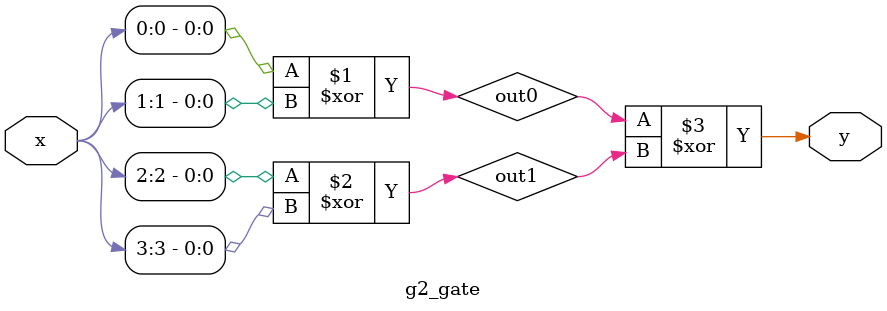
<source format=v>
`timescale 1ns / 1ps
module g2_gate(input [3:0] x, output [0:0] y);

	wire out0, out1;
	
	xor gate0 (out0, x[0], x[1]);
	xor gate1 (out1, x[2], x[3]);
	xor out3 (y[0], out0, out1);

endmodule

</source>
